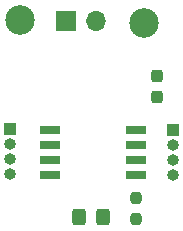
<source format=gbr>
G04 #@! TF.GenerationSoftware,KiCad,Pcbnew,8.0.1*
G04 #@! TF.CreationDate,2025-03-18T23:24:49-06:00*
G04 #@! TF.ProjectId,AlcoholSensor_Rev3,416c636f-686f-46c5-9365-6e736f725f52,rev?*
G04 #@! TF.SameCoordinates,Original*
G04 #@! TF.FileFunction,Soldermask,Top*
G04 #@! TF.FilePolarity,Negative*
%FSLAX46Y46*%
G04 Gerber Fmt 4.6, Leading zero omitted, Abs format (unit mm)*
G04 Created by KiCad (PCBNEW 8.0.1) date 2025-03-18 23:24:49*
%MOMM*%
%LPD*%
G01*
G04 APERTURE LIST*
G04 Aperture macros list*
%AMRoundRect*
0 Rectangle with rounded corners*
0 $1 Rounding radius*
0 $2 $3 $4 $5 $6 $7 $8 $9 X,Y pos of 4 corners*
0 Add a 4 corners polygon primitive as box body*
4,1,4,$2,$3,$4,$5,$6,$7,$8,$9,$2,$3,0*
0 Add four circle primitives for the rounded corners*
1,1,$1+$1,$2,$3*
1,1,$1+$1,$4,$5*
1,1,$1+$1,$6,$7*
1,1,$1+$1,$8,$9*
0 Add four rect primitives between the rounded corners*
20,1,$1+$1,$2,$3,$4,$5,0*
20,1,$1+$1,$4,$5,$6,$7,0*
20,1,$1+$1,$6,$7,$8,$9,0*
20,1,$1+$1,$8,$9,$2,$3,0*%
G04 Aperture macros list end*
%ADD10RoundRect,0.237500X-0.237500X0.300000X-0.237500X-0.300000X0.237500X-0.300000X0.237500X0.300000X0*%
%ADD11RoundRect,0.237500X0.237500X-0.250000X0.237500X0.250000X-0.237500X0.250000X-0.237500X-0.250000X0*%
%ADD12C,2.500000*%
%ADD13R,1.000000X1.000000*%
%ADD14O,1.000000X1.000000*%
%ADD15R,1.700000X0.650000*%
%ADD16RoundRect,0.250000X-0.325000X-0.450000X0.325000X-0.450000X0.325000X0.450000X-0.325000X0.450000X0*%
%ADD17R,1.700000X1.700000*%
%ADD18O,1.700000X1.700000*%
G04 APERTURE END LIST*
D10*
X186120000Y-75495000D03*
X186120000Y-77220000D03*
D11*
X184410000Y-87590000D03*
X184410000Y-85765000D03*
D12*
X174560000Y-70740000D03*
D13*
X187550000Y-80050000D03*
D14*
X187550000Y-81320000D03*
X187550000Y-82590000D03*
X187550000Y-83860000D03*
D12*
X185090000Y-70960000D03*
D13*
X173740000Y-79980000D03*
D14*
X173740000Y-81250000D03*
X173740000Y-82520000D03*
X173740000Y-83790000D03*
D15*
X177110000Y-80040000D03*
X177110000Y-81310000D03*
X177110000Y-82580000D03*
X177110000Y-83850000D03*
X184410000Y-83850000D03*
X184410000Y-82580000D03*
X184410000Y-81310000D03*
X184410000Y-80040000D03*
D16*
X179560000Y-87410000D03*
X181610000Y-87410000D03*
D17*
X178420000Y-70830000D03*
D18*
X180960000Y-70830000D03*
M02*

</source>
